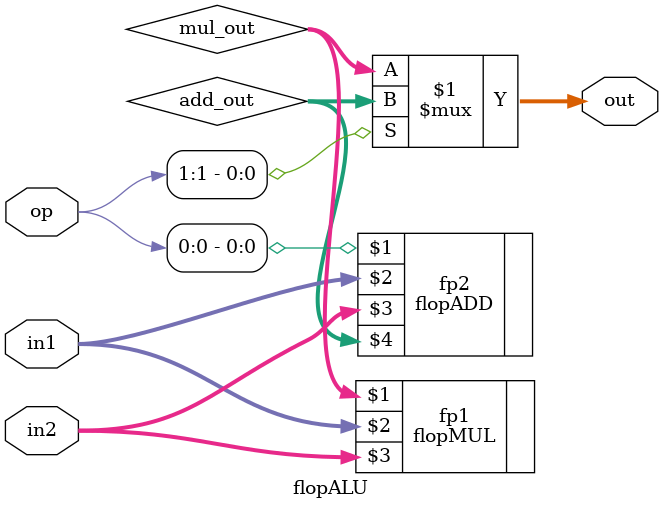
<source format=v>
module flopALU(in1,in2,op,out);
	input [31:0] in1,in2;
	input [1:0] op; // op = 2'b00 for multiplication; 2'b10 for addition; 2'b11 for subtraction
	output [31:0] out;
	wire [31:0] mul_out,add_out;
	flopMUL fp1 (mul_out,in1,in2);
	flopADD fp2 (op[0],in1,in2,add_out);
	assign out = op[1]?add_out:mul_out;
endmodule	
	
		
		
</source>
